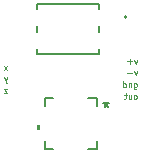
<source format=gbo>
G04 #@! TF.GenerationSoftware,KiCad,Pcbnew,8.0.6*
G04 #@! TF.CreationDate,2025-07-17T13:08:24-05:00*
G04 #@! TF.ProjectId,DetectorAcc,44657465-6374-46f7-9241-63632e6b6963,rev?*
G04 #@! TF.SameCoordinates,Original*
G04 #@! TF.FileFunction,Legend,Bot*
G04 #@! TF.FilePolarity,Positive*
%FSLAX46Y46*%
G04 Gerber Fmt 4.6, Leading zero omitted, Abs format (unit mm)*
G04 Created by KiCad (PCBNEW 8.0.6) date 2025-07-17 13:08:24*
%MOMM*%
%LPD*%
G01*
G04 APERTURE LIST*
%ADD10C,0.100000*%
%ADD11C,0.150000*%
%ADD12C,0.152400*%
%ADD13C,0.000000*%
%ADD14C,0.850000*%
%ADD15O,0.850000X0.850000*%
%ADD16R,0.850000X0.850000*%
%ADD17R,0.863600X0.304800*%
%ADD18R,0.304800X0.863600*%
%ADD19R,2.438400X2.438400*%
%ADD20R,1.193800X0.762000*%
%ADD21R,2.489200X3.098800*%
G04 APERTURE END LIST*
D10*
X141493734Y-80933609D02*
X141541353Y-80909800D01*
X141541353Y-80909800D02*
X141565163Y-80885990D01*
X141565163Y-80885990D02*
X141588972Y-80838371D01*
X141588972Y-80838371D02*
X141588972Y-80695514D01*
X141588972Y-80695514D02*
X141565163Y-80647895D01*
X141565163Y-80647895D02*
X141541353Y-80624085D01*
X141541353Y-80624085D02*
X141493734Y-80600276D01*
X141493734Y-80600276D02*
X141422306Y-80600276D01*
X141422306Y-80600276D02*
X141374687Y-80624085D01*
X141374687Y-80624085D02*
X141350877Y-80647895D01*
X141350877Y-80647895D02*
X141327068Y-80695514D01*
X141327068Y-80695514D02*
X141327068Y-80838371D01*
X141327068Y-80838371D02*
X141350877Y-80885990D01*
X141350877Y-80885990D02*
X141374687Y-80909800D01*
X141374687Y-80909800D02*
X141422306Y-80933609D01*
X141422306Y-80933609D02*
X141493734Y-80933609D01*
X140898496Y-80600276D02*
X140898496Y-80933609D01*
X141112782Y-80600276D02*
X141112782Y-80862180D01*
X141112782Y-80862180D02*
X141088972Y-80909800D01*
X141088972Y-80909800D02*
X141041353Y-80933609D01*
X141041353Y-80933609D02*
X140969925Y-80933609D01*
X140969925Y-80933609D02*
X140922306Y-80909800D01*
X140922306Y-80909800D02*
X140898496Y-80885990D01*
X140731829Y-80600276D02*
X140541353Y-80600276D01*
X140660401Y-80433609D02*
X140660401Y-80862180D01*
X140660401Y-80862180D02*
X140636591Y-80909800D01*
X140636591Y-80909800D02*
X140588972Y-80933609D01*
X140588972Y-80933609D02*
X140541353Y-80933609D01*
X141350877Y-79600276D02*
X141350877Y-80005038D01*
X141350877Y-80005038D02*
X141374687Y-80052657D01*
X141374687Y-80052657D02*
X141398496Y-80076466D01*
X141398496Y-80076466D02*
X141446115Y-80100276D01*
X141446115Y-80100276D02*
X141517544Y-80100276D01*
X141517544Y-80100276D02*
X141565163Y-80076466D01*
X141350877Y-79909800D02*
X141398496Y-79933609D01*
X141398496Y-79933609D02*
X141493734Y-79933609D01*
X141493734Y-79933609D02*
X141541353Y-79909800D01*
X141541353Y-79909800D02*
X141565163Y-79885990D01*
X141565163Y-79885990D02*
X141588972Y-79838371D01*
X141588972Y-79838371D02*
X141588972Y-79695514D01*
X141588972Y-79695514D02*
X141565163Y-79647895D01*
X141565163Y-79647895D02*
X141541353Y-79624085D01*
X141541353Y-79624085D02*
X141493734Y-79600276D01*
X141493734Y-79600276D02*
X141398496Y-79600276D01*
X141398496Y-79600276D02*
X141350877Y-79624085D01*
X141112782Y-79600276D02*
X141112782Y-79933609D01*
X141112782Y-79647895D02*
X141088972Y-79624085D01*
X141088972Y-79624085D02*
X141041353Y-79600276D01*
X141041353Y-79600276D02*
X140969925Y-79600276D01*
X140969925Y-79600276D02*
X140922306Y-79624085D01*
X140922306Y-79624085D02*
X140898496Y-79671704D01*
X140898496Y-79671704D02*
X140898496Y-79933609D01*
X140446115Y-79933609D02*
X140446115Y-79433609D01*
X140446115Y-79909800D02*
X140493734Y-79933609D01*
X140493734Y-79933609D02*
X140588972Y-79933609D01*
X140588972Y-79933609D02*
X140636591Y-79909800D01*
X140636591Y-79909800D02*
X140660401Y-79885990D01*
X140660401Y-79885990D02*
X140684210Y-79838371D01*
X140684210Y-79838371D02*
X140684210Y-79695514D01*
X140684210Y-79695514D02*
X140660401Y-79647895D01*
X140660401Y-79647895D02*
X140636591Y-79624085D01*
X140636591Y-79624085D02*
X140588972Y-79600276D01*
X140588972Y-79600276D02*
X140493734Y-79600276D01*
X140493734Y-79600276D02*
X140446115Y-79624085D01*
X141612782Y-78600276D02*
X141493734Y-78933609D01*
X141493734Y-78933609D02*
X141374687Y-78600276D01*
X141184211Y-78743133D02*
X140803259Y-78743133D01*
X141612782Y-77600276D02*
X141493734Y-77933609D01*
X141493734Y-77933609D02*
X141374687Y-77600276D01*
X141184211Y-77743133D02*
X140803259Y-77743133D01*
X140993735Y-77933609D02*
X140993735Y-77552657D01*
X130612782Y-80100276D02*
X130350877Y-80100276D01*
X130350877Y-80100276D02*
X130612782Y-80433609D01*
X130612782Y-80433609D02*
X130350877Y-80433609D01*
X130612782Y-79100276D02*
X130493734Y-79433609D01*
X130374687Y-79100276D02*
X130493734Y-79433609D01*
X130493734Y-79433609D02*
X130541353Y-79552657D01*
X130541353Y-79552657D02*
X130565163Y-79576466D01*
X130565163Y-79576466D02*
X130612782Y-79600276D01*
X130612782Y-78433609D02*
X130350877Y-78100276D01*
X130612782Y-78100276D02*
X130350877Y-78433609D01*
D11*
X139009899Y-81154819D02*
X139009899Y-81392914D01*
X139247994Y-81297676D02*
X139009899Y-81392914D01*
X139009899Y-81392914D02*
X138771804Y-81297676D01*
X139152756Y-81583390D02*
X139009899Y-81392914D01*
X139009899Y-81392914D02*
X138867042Y-81583390D01*
X139009899Y-81154819D02*
X139009899Y-81392914D01*
X139247994Y-81297676D02*
X139009899Y-81392914D01*
X139009899Y-81392914D02*
X138771804Y-81297676D01*
X139152756Y-81583390D02*
X139009899Y-81392914D01*
X139009899Y-81392914D02*
X138867042Y-81583390D01*
D12*
X138197100Y-81539861D02*
X138197100Y-80802900D01*
X138197100Y-85197100D02*
X138197100Y-84460139D01*
X137460139Y-85197100D02*
X138197100Y-85197100D01*
X138197100Y-80802900D02*
X137460139Y-80802900D01*
X133802900Y-85197100D02*
X134539861Y-85197100D01*
X134539861Y-80802900D02*
X133802900Y-80802900D01*
X133802900Y-80802900D02*
X133802900Y-81539861D01*
X133802900Y-84460139D02*
X133802900Y-85197100D01*
D13*
G36*
X133371100Y-83515501D02*
G01*
X133117100Y-83515501D01*
X133117100Y-83134501D01*
X133371100Y-83134501D01*
X133371100Y-83515501D01*
G37*
D12*
X138419100Y-73286260D02*
X138419100Y-72879101D01*
X138419100Y-75286262D02*
X138419100Y-74713740D01*
X138419100Y-77120901D02*
X138419100Y-76713742D01*
X133161300Y-77120901D02*
X138419100Y-77120901D01*
X138419100Y-72879101D02*
X133161300Y-72879101D01*
X133161300Y-72879101D02*
X133161300Y-73286260D01*
X133161300Y-74713740D02*
X133161300Y-75286262D01*
X133161300Y-76713742D02*
X133161300Y-77120901D01*
X140749300Y-74000001D02*
G75*
G02*
X140546100Y-74000001I-101600J0D01*
G01*
X140546100Y-74000001D02*
G75*
G02*
X140749300Y-74000001I101600J0D01*
G01*
%LPC*%
D14*
X129750000Y-78187500D03*
D15*
X129750000Y-79187500D03*
X129750000Y-80187500D03*
D16*
X142250000Y-77687500D03*
D15*
X142250000Y-78687500D03*
X142250000Y-79687500D03*
X142250000Y-80687500D03*
D17*
X137943100Y-82025001D03*
X137943100Y-82674999D03*
X137943100Y-83325001D03*
X137943100Y-83974999D03*
D18*
X136974999Y-84943100D03*
X136325001Y-84943100D03*
X135674999Y-84943100D03*
X135025001Y-84943100D03*
D17*
X134056900Y-83974999D03*
X134056900Y-83325001D03*
X134056900Y-82674999D03*
X134056900Y-82025001D03*
D18*
X135025001Y-81056900D03*
X135674999Y-81056900D03*
X136325001Y-81056900D03*
X136974999Y-81056900D03*
D19*
X136000000Y-83000000D03*
D20*
X138000000Y-74000000D03*
X138000000Y-76000002D03*
X133580400Y-76000002D03*
X133580400Y-74000000D03*
D21*
X135790200Y-75000001D03*
%LPD*%
M02*

</source>
